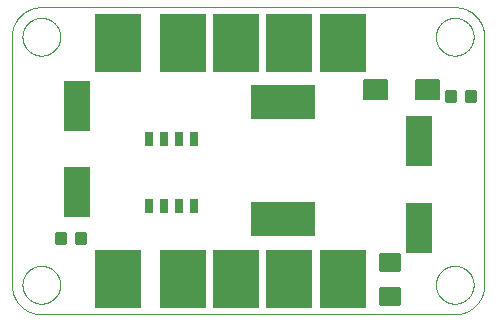
<source format=gtp>
G75*
%MOIN*%
%OFA0B0*%
%FSLAX25Y25*%
%IPPOS*%
%LPD*%
%AMOC8*
5,1,8,0,0,1.08239X$1,22.5*
%
%ADD10C,0.00000*%
%ADD11C,0.00984*%
%ADD12R,0.08661X0.16535*%
%ADD13C,0.00709*%
%ADD14R,0.21260X0.11417*%
%ADD15C,0.01575*%
%ADD16R,0.02835X0.05000*%
%ADD17R,0.15748X0.19685*%
D10*
X0013611Y0003769D02*
X0151406Y0003769D01*
X0145107Y0013611D02*
X0145109Y0013769D01*
X0145115Y0013927D01*
X0145125Y0014085D01*
X0145139Y0014243D01*
X0145157Y0014400D01*
X0145178Y0014557D01*
X0145204Y0014713D01*
X0145234Y0014869D01*
X0145267Y0015024D01*
X0145305Y0015177D01*
X0145346Y0015330D01*
X0145391Y0015482D01*
X0145440Y0015633D01*
X0145493Y0015782D01*
X0145549Y0015930D01*
X0145609Y0016076D01*
X0145673Y0016221D01*
X0145741Y0016364D01*
X0145812Y0016506D01*
X0145886Y0016646D01*
X0145964Y0016783D01*
X0146046Y0016919D01*
X0146130Y0017053D01*
X0146219Y0017184D01*
X0146310Y0017313D01*
X0146405Y0017440D01*
X0146502Y0017565D01*
X0146603Y0017687D01*
X0146707Y0017806D01*
X0146814Y0017923D01*
X0146924Y0018037D01*
X0147037Y0018148D01*
X0147152Y0018257D01*
X0147270Y0018362D01*
X0147391Y0018464D01*
X0147514Y0018564D01*
X0147640Y0018660D01*
X0147768Y0018753D01*
X0147898Y0018843D01*
X0148031Y0018929D01*
X0148166Y0019013D01*
X0148302Y0019092D01*
X0148441Y0019169D01*
X0148582Y0019241D01*
X0148724Y0019311D01*
X0148868Y0019376D01*
X0149014Y0019438D01*
X0149161Y0019496D01*
X0149310Y0019551D01*
X0149460Y0019602D01*
X0149611Y0019649D01*
X0149763Y0019692D01*
X0149916Y0019731D01*
X0150071Y0019767D01*
X0150226Y0019798D01*
X0150382Y0019826D01*
X0150538Y0019850D01*
X0150695Y0019870D01*
X0150853Y0019886D01*
X0151010Y0019898D01*
X0151169Y0019906D01*
X0151327Y0019910D01*
X0151485Y0019910D01*
X0151643Y0019906D01*
X0151802Y0019898D01*
X0151959Y0019886D01*
X0152117Y0019870D01*
X0152274Y0019850D01*
X0152430Y0019826D01*
X0152586Y0019798D01*
X0152741Y0019767D01*
X0152896Y0019731D01*
X0153049Y0019692D01*
X0153201Y0019649D01*
X0153352Y0019602D01*
X0153502Y0019551D01*
X0153651Y0019496D01*
X0153798Y0019438D01*
X0153944Y0019376D01*
X0154088Y0019311D01*
X0154230Y0019241D01*
X0154371Y0019169D01*
X0154510Y0019092D01*
X0154646Y0019013D01*
X0154781Y0018929D01*
X0154914Y0018843D01*
X0155044Y0018753D01*
X0155172Y0018660D01*
X0155298Y0018564D01*
X0155421Y0018464D01*
X0155542Y0018362D01*
X0155660Y0018257D01*
X0155775Y0018148D01*
X0155888Y0018037D01*
X0155998Y0017923D01*
X0156105Y0017806D01*
X0156209Y0017687D01*
X0156310Y0017565D01*
X0156407Y0017440D01*
X0156502Y0017313D01*
X0156593Y0017184D01*
X0156682Y0017053D01*
X0156766Y0016919D01*
X0156848Y0016783D01*
X0156926Y0016646D01*
X0157000Y0016506D01*
X0157071Y0016364D01*
X0157139Y0016221D01*
X0157203Y0016076D01*
X0157263Y0015930D01*
X0157319Y0015782D01*
X0157372Y0015633D01*
X0157421Y0015482D01*
X0157466Y0015330D01*
X0157507Y0015177D01*
X0157545Y0015024D01*
X0157578Y0014869D01*
X0157608Y0014713D01*
X0157634Y0014557D01*
X0157655Y0014400D01*
X0157673Y0014243D01*
X0157687Y0014085D01*
X0157697Y0013927D01*
X0157703Y0013769D01*
X0157705Y0013611D01*
X0157703Y0013453D01*
X0157697Y0013295D01*
X0157687Y0013137D01*
X0157673Y0012979D01*
X0157655Y0012822D01*
X0157634Y0012665D01*
X0157608Y0012509D01*
X0157578Y0012353D01*
X0157545Y0012198D01*
X0157507Y0012045D01*
X0157466Y0011892D01*
X0157421Y0011740D01*
X0157372Y0011589D01*
X0157319Y0011440D01*
X0157263Y0011292D01*
X0157203Y0011146D01*
X0157139Y0011001D01*
X0157071Y0010858D01*
X0157000Y0010716D01*
X0156926Y0010576D01*
X0156848Y0010439D01*
X0156766Y0010303D01*
X0156682Y0010169D01*
X0156593Y0010038D01*
X0156502Y0009909D01*
X0156407Y0009782D01*
X0156310Y0009657D01*
X0156209Y0009535D01*
X0156105Y0009416D01*
X0155998Y0009299D01*
X0155888Y0009185D01*
X0155775Y0009074D01*
X0155660Y0008965D01*
X0155542Y0008860D01*
X0155421Y0008758D01*
X0155298Y0008658D01*
X0155172Y0008562D01*
X0155044Y0008469D01*
X0154914Y0008379D01*
X0154781Y0008293D01*
X0154646Y0008209D01*
X0154510Y0008130D01*
X0154371Y0008053D01*
X0154230Y0007981D01*
X0154088Y0007911D01*
X0153944Y0007846D01*
X0153798Y0007784D01*
X0153651Y0007726D01*
X0153502Y0007671D01*
X0153352Y0007620D01*
X0153201Y0007573D01*
X0153049Y0007530D01*
X0152896Y0007491D01*
X0152741Y0007455D01*
X0152586Y0007424D01*
X0152430Y0007396D01*
X0152274Y0007372D01*
X0152117Y0007352D01*
X0151959Y0007336D01*
X0151802Y0007324D01*
X0151643Y0007316D01*
X0151485Y0007312D01*
X0151327Y0007312D01*
X0151169Y0007316D01*
X0151010Y0007324D01*
X0150853Y0007336D01*
X0150695Y0007352D01*
X0150538Y0007372D01*
X0150382Y0007396D01*
X0150226Y0007424D01*
X0150071Y0007455D01*
X0149916Y0007491D01*
X0149763Y0007530D01*
X0149611Y0007573D01*
X0149460Y0007620D01*
X0149310Y0007671D01*
X0149161Y0007726D01*
X0149014Y0007784D01*
X0148868Y0007846D01*
X0148724Y0007911D01*
X0148582Y0007981D01*
X0148441Y0008053D01*
X0148302Y0008130D01*
X0148166Y0008209D01*
X0148031Y0008293D01*
X0147898Y0008379D01*
X0147768Y0008469D01*
X0147640Y0008562D01*
X0147514Y0008658D01*
X0147391Y0008758D01*
X0147270Y0008860D01*
X0147152Y0008965D01*
X0147037Y0009074D01*
X0146924Y0009185D01*
X0146814Y0009299D01*
X0146707Y0009416D01*
X0146603Y0009535D01*
X0146502Y0009657D01*
X0146405Y0009782D01*
X0146310Y0009909D01*
X0146219Y0010038D01*
X0146130Y0010169D01*
X0146046Y0010303D01*
X0145964Y0010439D01*
X0145886Y0010576D01*
X0145812Y0010716D01*
X0145741Y0010858D01*
X0145673Y0011001D01*
X0145609Y0011146D01*
X0145549Y0011292D01*
X0145493Y0011440D01*
X0145440Y0011589D01*
X0145391Y0011740D01*
X0145346Y0011892D01*
X0145305Y0012045D01*
X0145267Y0012198D01*
X0145234Y0012353D01*
X0145204Y0012509D01*
X0145178Y0012665D01*
X0145157Y0012822D01*
X0145139Y0012979D01*
X0145125Y0013137D01*
X0145115Y0013295D01*
X0145109Y0013453D01*
X0145107Y0013611D01*
X0151406Y0003768D02*
X0151644Y0003771D01*
X0151882Y0003779D01*
X0152119Y0003794D01*
X0152356Y0003814D01*
X0152592Y0003840D01*
X0152828Y0003871D01*
X0153063Y0003908D01*
X0153297Y0003951D01*
X0153530Y0004000D01*
X0153762Y0004054D01*
X0153992Y0004114D01*
X0154221Y0004179D01*
X0154448Y0004250D01*
X0154673Y0004326D01*
X0154896Y0004408D01*
X0155118Y0004495D01*
X0155337Y0004587D01*
X0155554Y0004685D01*
X0155768Y0004787D01*
X0155980Y0004895D01*
X0156190Y0005009D01*
X0156396Y0005127D01*
X0156600Y0005250D01*
X0156800Y0005378D01*
X0156997Y0005510D01*
X0157192Y0005648D01*
X0157382Y0005790D01*
X0157570Y0005937D01*
X0157753Y0006088D01*
X0157933Y0006243D01*
X0158109Y0006403D01*
X0158281Y0006567D01*
X0158450Y0006736D01*
X0158614Y0006908D01*
X0158774Y0007084D01*
X0158929Y0007264D01*
X0159080Y0007447D01*
X0159227Y0007635D01*
X0159369Y0007825D01*
X0159507Y0008020D01*
X0159639Y0008217D01*
X0159767Y0008417D01*
X0159890Y0008621D01*
X0160008Y0008827D01*
X0160122Y0009037D01*
X0160230Y0009249D01*
X0160332Y0009463D01*
X0160430Y0009680D01*
X0160522Y0009899D01*
X0160609Y0010121D01*
X0160691Y0010344D01*
X0160767Y0010569D01*
X0160838Y0010796D01*
X0160903Y0011025D01*
X0160963Y0011255D01*
X0161017Y0011487D01*
X0161066Y0011720D01*
X0161109Y0011954D01*
X0161146Y0012189D01*
X0161177Y0012425D01*
X0161203Y0012661D01*
X0161223Y0012898D01*
X0161238Y0013135D01*
X0161246Y0013373D01*
X0161249Y0013611D01*
X0161249Y0096288D01*
X0145107Y0096288D02*
X0145109Y0096446D01*
X0145115Y0096604D01*
X0145125Y0096762D01*
X0145139Y0096920D01*
X0145157Y0097077D01*
X0145178Y0097234D01*
X0145204Y0097390D01*
X0145234Y0097546D01*
X0145267Y0097701D01*
X0145305Y0097854D01*
X0145346Y0098007D01*
X0145391Y0098159D01*
X0145440Y0098310D01*
X0145493Y0098459D01*
X0145549Y0098607D01*
X0145609Y0098753D01*
X0145673Y0098898D01*
X0145741Y0099041D01*
X0145812Y0099183D01*
X0145886Y0099323D01*
X0145964Y0099460D01*
X0146046Y0099596D01*
X0146130Y0099730D01*
X0146219Y0099861D01*
X0146310Y0099990D01*
X0146405Y0100117D01*
X0146502Y0100242D01*
X0146603Y0100364D01*
X0146707Y0100483D01*
X0146814Y0100600D01*
X0146924Y0100714D01*
X0147037Y0100825D01*
X0147152Y0100934D01*
X0147270Y0101039D01*
X0147391Y0101141D01*
X0147514Y0101241D01*
X0147640Y0101337D01*
X0147768Y0101430D01*
X0147898Y0101520D01*
X0148031Y0101606D01*
X0148166Y0101690D01*
X0148302Y0101769D01*
X0148441Y0101846D01*
X0148582Y0101918D01*
X0148724Y0101988D01*
X0148868Y0102053D01*
X0149014Y0102115D01*
X0149161Y0102173D01*
X0149310Y0102228D01*
X0149460Y0102279D01*
X0149611Y0102326D01*
X0149763Y0102369D01*
X0149916Y0102408D01*
X0150071Y0102444D01*
X0150226Y0102475D01*
X0150382Y0102503D01*
X0150538Y0102527D01*
X0150695Y0102547D01*
X0150853Y0102563D01*
X0151010Y0102575D01*
X0151169Y0102583D01*
X0151327Y0102587D01*
X0151485Y0102587D01*
X0151643Y0102583D01*
X0151802Y0102575D01*
X0151959Y0102563D01*
X0152117Y0102547D01*
X0152274Y0102527D01*
X0152430Y0102503D01*
X0152586Y0102475D01*
X0152741Y0102444D01*
X0152896Y0102408D01*
X0153049Y0102369D01*
X0153201Y0102326D01*
X0153352Y0102279D01*
X0153502Y0102228D01*
X0153651Y0102173D01*
X0153798Y0102115D01*
X0153944Y0102053D01*
X0154088Y0101988D01*
X0154230Y0101918D01*
X0154371Y0101846D01*
X0154510Y0101769D01*
X0154646Y0101690D01*
X0154781Y0101606D01*
X0154914Y0101520D01*
X0155044Y0101430D01*
X0155172Y0101337D01*
X0155298Y0101241D01*
X0155421Y0101141D01*
X0155542Y0101039D01*
X0155660Y0100934D01*
X0155775Y0100825D01*
X0155888Y0100714D01*
X0155998Y0100600D01*
X0156105Y0100483D01*
X0156209Y0100364D01*
X0156310Y0100242D01*
X0156407Y0100117D01*
X0156502Y0099990D01*
X0156593Y0099861D01*
X0156682Y0099730D01*
X0156766Y0099596D01*
X0156848Y0099460D01*
X0156926Y0099323D01*
X0157000Y0099183D01*
X0157071Y0099041D01*
X0157139Y0098898D01*
X0157203Y0098753D01*
X0157263Y0098607D01*
X0157319Y0098459D01*
X0157372Y0098310D01*
X0157421Y0098159D01*
X0157466Y0098007D01*
X0157507Y0097854D01*
X0157545Y0097701D01*
X0157578Y0097546D01*
X0157608Y0097390D01*
X0157634Y0097234D01*
X0157655Y0097077D01*
X0157673Y0096920D01*
X0157687Y0096762D01*
X0157697Y0096604D01*
X0157703Y0096446D01*
X0157705Y0096288D01*
X0157703Y0096130D01*
X0157697Y0095972D01*
X0157687Y0095814D01*
X0157673Y0095656D01*
X0157655Y0095499D01*
X0157634Y0095342D01*
X0157608Y0095186D01*
X0157578Y0095030D01*
X0157545Y0094875D01*
X0157507Y0094722D01*
X0157466Y0094569D01*
X0157421Y0094417D01*
X0157372Y0094266D01*
X0157319Y0094117D01*
X0157263Y0093969D01*
X0157203Y0093823D01*
X0157139Y0093678D01*
X0157071Y0093535D01*
X0157000Y0093393D01*
X0156926Y0093253D01*
X0156848Y0093116D01*
X0156766Y0092980D01*
X0156682Y0092846D01*
X0156593Y0092715D01*
X0156502Y0092586D01*
X0156407Y0092459D01*
X0156310Y0092334D01*
X0156209Y0092212D01*
X0156105Y0092093D01*
X0155998Y0091976D01*
X0155888Y0091862D01*
X0155775Y0091751D01*
X0155660Y0091642D01*
X0155542Y0091537D01*
X0155421Y0091435D01*
X0155298Y0091335D01*
X0155172Y0091239D01*
X0155044Y0091146D01*
X0154914Y0091056D01*
X0154781Y0090970D01*
X0154646Y0090886D01*
X0154510Y0090807D01*
X0154371Y0090730D01*
X0154230Y0090658D01*
X0154088Y0090588D01*
X0153944Y0090523D01*
X0153798Y0090461D01*
X0153651Y0090403D01*
X0153502Y0090348D01*
X0153352Y0090297D01*
X0153201Y0090250D01*
X0153049Y0090207D01*
X0152896Y0090168D01*
X0152741Y0090132D01*
X0152586Y0090101D01*
X0152430Y0090073D01*
X0152274Y0090049D01*
X0152117Y0090029D01*
X0151959Y0090013D01*
X0151802Y0090001D01*
X0151643Y0089993D01*
X0151485Y0089989D01*
X0151327Y0089989D01*
X0151169Y0089993D01*
X0151010Y0090001D01*
X0150853Y0090013D01*
X0150695Y0090029D01*
X0150538Y0090049D01*
X0150382Y0090073D01*
X0150226Y0090101D01*
X0150071Y0090132D01*
X0149916Y0090168D01*
X0149763Y0090207D01*
X0149611Y0090250D01*
X0149460Y0090297D01*
X0149310Y0090348D01*
X0149161Y0090403D01*
X0149014Y0090461D01*
X0148868Y0090523D01*
X0148724Y0090588D01*
X0148582Y0090658D01*
X0148441Y0090730D01*
X0148302Y0090807D01*
X0148166Y0090886D01*
X0148031Y0090970D01*
X0147898Y0091056D01*
X0147768Y0091146D01*
X0147640Y0091239D01*
X0147514Y0091335D01*
X0147391Y0091435D01*
X0147270Y0091537D01*
X0147152Y0091642D01*
X0147037Y0091751D01*
X0146924Y0091862D01*
X0146814Y0091976D01*
X0146707Y0092093D01*
X0146603Y0092212D01*
X0146502Y0092334D01*
X0146405Y0092459D01*
X0146310Y0092586D01*
X0146219Y0092715D01*
X0146130Y0092846D01*
X0146046Y0092980D01*
X0145964Y0093116D01*
X0145886Y0093253D01*
X0145812Y0093393D01*
X0145741Y0093535D01*
X0145673Y0093678D01*
X0145609Y0093823D01*
X0145549Y0093969D01*
X0145493Y0094117D01*
X0145440Y0094266D01*
X0145391Y0094417D01*
X0145346Y0094569D01*
X0145305Y0094722D01*
X0145267Y0094875D01*
X0145234Y0095030D01*
X0145204Y0095186D01*
X0145178Y0095342D01*
X0145157Y0095499D01*
X0145139Y0095656D01*
X0145125Y0095814D01*
X0145115Y0095972D01*
X0145109Y0096130D01*
X0145107Y0096288D01*
X0151406Y0106131D02*
X0151644Y0106128D01*
X0151882Y0106120D01*
X0152119Y0106105D01*
X0152356Y0106085D01*
X0152592Y0106059D01*
X0152828Y0106028D01*
X0153063Y0105991D01*
X0153297Y0105948D01*
X0153530Y0105899D01*
X0153762Y0105845D01*
X0153992Y0105785D01*
X0154221Y0105720D01*
X0154448Y0105649D01*
X0154673Y0105573D01*
X0154896Y0105491D01*
X0155118Y0105404D01*
X0155337Y0105312D01*
X0155554Y0105214D01*
X0155768Y0105112D01*
X0155980Y0105004D01*
X0156190Y0104890D01*
X0156396Y0104772D01*
X0156600Y0104649D01*
X0156800Y0104521D01*
X0156997Y0104389D01*
X0157192Y0104251D01*
X0157382Y0104109D01*
X0157570Y0103962D01*
X0157753Y0103811D01*
X0157933Y0103656D01*
X0158109Y0103496D01*
X0158281Y0103332D01*
X0158450Y0103163D01*
X0158614Y0102991D01*
X0158774Y0102815D01*
X0158929Y0102635D01*
X0159080Y0102452D01*
X0159227Y0102264D01*
X0159369Y0102074D01*
X0159507Y0101879D01*
X0159639Y0101682D01*
X0159767Y0101482D01*
X0159890Y0101278D01*
X0160008Y0101072D01*
X0160122Y0100862D01*
X0160230Y0100650D01*
X0160332Y0100436D01*
X0160430Y0100219D01*
X0160522Y0100000D01*
X0160609Y0099778D01*
X0160691Y0099555D01*
X0160767Y0099330D01*
X0160838Y0099103D01*
X0160903Y0098874D01*
X0160963Y0098644D01*
X0161017Y0098412D01*
X0161066Y0098179D01*
X0161109Y0097945D01*
X0161146Y0097710D01*
X0161177Y0097474D01*
X0161203Y0097238D01*
X0161223Y0097001D01*
X0161238Y0096764D01*
X0161246Y0096526D01*
X0161249Y0096288D01*
X0151406Y0106131D02*
X0013611Y0106131D01*
X0007312Y0096288D02*
X0007314Y0096446D01*
X0007320Y0096604D01*
X0007330Y0096762D01*
X0007344Y0096920D01*
X0007362Y0097077D01*
X0007383Y0097234D01*
X0007409Y0097390D01*
X0007439Y0097546D01*
X0007472Y0097701D01*
X0007510Y0097854D01*
X0007551Y0098007D01*
X0007596Y0098159D01*
X0007645Y0098310D01*
X0007698Y0098459D01*
X0007754Y0098607D01*
X0007814Y0098753D01*
X0007878Y0098898D01*
X0007946Y0099041D01*
X0008017Y0099183D01*
X0008091Y0099323D01*
X0008169Y0099460D01*
X0008251Y0099596D01*
X0008335Y0099730D01*
X0008424Y0099861D01*
X0008515Y0099990D01*
X0008610Y0100117D01*
X0008707Y0100242D01*
X0008808Y0100364D01*
X0008912Y0100483D01*
X0009019Y0100600D01*
X0009129Y0100714D01*
X0009242Y0100825D01*
X0009357Y0100934D01*
X0009475Y0101039D01*
X0009596Y0101141D01*
X0009719Y0101241D01*
X0009845Y0101337D01*
X0009973Y0101430D01*
X0010103Y0101520D01*
X0010236Y0101606D01*
X0010371Y0101690D01*
X0010507Y0101769D01*
X0010646Y0101846D01*
X0010787Y0101918D01*
X0010929Y0101988D01*
X0011073Y0102053D01*
X0011219Y0102115D01*
X0011366Y0102173D01*
X0011515Y0102228D01*
X0011665Y0102279D01*
X0011816Y0102326D01*
X0011968Y0102369D01*
X0012121Y0102408D01*
X0012276Y0102444D01*
X0012431Y0102475D01*
X0012587Y0102503D01*
X0012743Y0102527D01*
X0012900Y0102547D01*
X0013058Y0102563D01*
X0013215Y0102575D01*
X0013374Y0102583D01*
X0013532Y0102587D01*
X0013690Y0102587D01*
X0013848Y0102583D01*
X0014007Y0102575D01*
X0014164Y0102563D01*
X0014322Y0102547D01*
X0014479Y0102527D01*
X0014635Y0102503D01*
X0014791Y0102475D01*
X0014946Y0102444D01*
X0015101Y0102408D01*
X0015254Y0102369D01*
X0015406Y0102326D01*
X0015557Y0102279D01*
X0015707Y0102228D01*
X0015856Y0102173D01*
X0016003Y0102115D01*
X0016149Y0102053D01*
X0016293Y0101988D01*
X0016435Y0101918D01*
X0016576Y0101846D01*
X0016715Y0101769D01*
X0016851Y0101690D01*
X0016986Y0101606D01*
X0017119Y0101520D01*
X0017249Y0101430D01*
X0017377Y0101337D01*
X0017503Y0101241D01*
X0017626Y0101141D01*
X0017747Y0101039D01*
X0017865Y0100934D01*
X0017980Y0100825D01*
X0018093Y0100714D01*
X0018203Y0100600D01*
X0018310Y0100483D01*
X0018414Y0100364D01*
X0018515Y0100242D01*
X0018612Y0100117D01*
X0018707Y0099990D01*
X0018798Y0099861D01*
X0018887Y0099730D01*
X0018971Y0099596D01*
X0019053Y0099460D01*
X0019131Y0099323D01*
X0019205Y0099183D01*
X0019276Y0099041D01*
X0019344Y0098898D01*
X0019408Y0098753D01*
X0019468Y0098607D01*
X0019524Y0098459D01*
X0019577Y0098310D01*
X0019626Y0098159D01*
X0019671Y0098007D01*
X0019712Y0097854D01*
X0019750Y0097701D01*
X0019783Y0097546D01*
X0019813Y0097390D01*
X0019839Y0097234D01*
X0019860Y0097077D01*
X0019878Y0096920D01*
X0019892Y0096762D01*
X0019902Y0096604D01*
X0019908Y0096446D01*
X0019910Y0096288D01*
X0019908Y0096130D01*
X0019902Y0095972D01*
X0019892Y0095814D01*
X0019878Y0095656D01*
X0019860Y0095499D01*
X0019839Y0095342D01*
X0019813Y0095186D01*
X0019783Y0095030D01*
X0019750Y0094875D01*
X0019712Y0094722D01*
X0019671Y0094569D01*
X0019626Y0094417D01*
X0019577Y0094266D01*
X0019524Y0094117D01*
X0019468Y0093969D01*
X0019408Y0093823D01*
X0019344Y0093678D01*
X0019276Y0093535D01*
X0019205Y0093393D01*
X0019131Y0093253D01*
X0019053Y0093116D01*
X0018971Y0092980D01*
X0018887Y0092846D01*
X0018798Y0092715D01*
X0018707Y0092586D01*
X0018612Y0092459D01*
X0018515Y0092334D01*
X0018414Y0092212D01*
X0018310Y0092093D01*
X0018203Y0091976D01*
X0018093Y0091862D01*
X0017980Y0091751D01*
X0017865Y0091642D01*
X0017747Y0091537D01*
X0017626Y0091435D01*
X0017503Y0091335D01*
X0017377Y0091239D01*
X0017249Y0091146D01*
X0017119Y0091056D01*
X0016986Y0090970D01*
X0016851Y0090886D01*
X0016715Y0090807D01*
X0016576Y0090730D01*
X0016435Y0090658D01*
X0016293Y0090588D01*
X0016149Y0090523D01*
X0016003Y0090461D01*
X0015856Y0090403D01*
X0015707Y0090348D01*
X0015557Y0090297D01*
X0015406Y0090250D01*
X0015254Y0090207D01*
X0015101Y0090168D01*
X0014946Y0090132D01*
X0014791Y0090101D01*
X0014635Y0090073D01*
X0014479Y0090049D01*
X0014322Y0090029D01*
X0014164Y0090013D01*
X0014007Y0090001D01*
X0013848Y0089993D01*
X0013690Y0089989D01*
X0013532Y0089989D01*
X0013374Y0089993D01*
X0013215Y0090001D01*
X0013058Y0090013D01*
X0012900Y0090029D01*
X0012743Y0090049D01*
X0012587Y0090073D01*
X0012431Y0090101D01*
X0012276Y0090132D01*
X0012121Y0090168D01*
X0011968Y0090207D01*
X0011816Y0090250D01*
X0011665Y0090297D01*
X0011515Y0090348D01*
X0011366Y0090403D01*
X0011219Y0090461D01*
X0011073Y0090523D01*
X0010929Y0090588D01*
X0010787Y0090658D01*
X0010646Y0090730D01*
X0010507Y0090807D01*
X0010371Y0090886D01*
X0010236Y0090970D01*
X0010103Y0091056D01*
X0009973Y0091146D01*
X0009845Y0091239D01*
X0009719Y0091335D01*
X0009596Y0091435D01*
X0009475Y0091537D01*
X0009357Y0091642D01*
X0009242Y0091751D01*
X0009129Y0091862D01*
X0009019Y0091976D01*
X0008912Y0092093D01*
X0008808Y0092212D01*
X0008707Y0092334D01*
X0008610Y0092459D01*
X0008515Y0092586D01*
X0008424Y0092715D01*
X0008335Y0092846D01*
X0008251Y0092980D01*
X0008169Y0093116D01*
X0008091Y0093253D01*
X0008017Y0093393D01*
X0007946Y0093535D01*
X0007878Y0093678D01*
X0007814Y0093823D01*
X0007754Y0093969D01*
X0007698Y0094117D01*
X0007645Y0094266D01*
X0007596Y0094417D01*
X0007551Y0094569D01*
X0007510Y0094722D01*
X0007472Y0094875D01*
X0007439Y0095030D01*
X0007409Y0095186D01*
X0007383Y0095342D01*
X0007362Y0095499D01*
X0007344Y0095656D01*
X0007330Y0095814D01*
X0007320Y0095972D01*
X0007314Y0096130D01*
X0007312Y0096288D01*
X0003769Y0096288D02*
X0003769Y0013611D01*
X0007312Y0013611D02*
X0007314Y0013769D01*
X0007320Y0013927D01*
X0007330Y0014085D01*
X0007344Y0014243D01*
X0007362Y0014400D01*
X0007383Y0014557D01*
X0007409Y0014713D01*
X0007439Y0014869D01*
X0007472Y0015024D01*
X0007510Y0015177D01*
X0007551Y0015330D01*
X0007596Y0015482D01*
X0007645Y0015633D01*
X0007698Y0015782D01*
X0007754Y0015930D01*
X0007814Y0016076D01*
X0007878Y0016221D01*
X0007946Y0016364D01*
X0008017Y0016506D01*
X0008091Y0016646D01*
X0008169Y0016783D01*
X0008251Y0016919D01*
X0008335Y0017053D01*
X0008424Y0017184D01*
X0008515Y0017313D01*
X0008610Y0017440D01*
X0008707Y0017565D01*
X0008808Y0017687D01*
X0008912Y0017806D01*
X0009019Y0017923D01*
X0009129Y0018037D01*
X0009242Y0018148D01*
X0009357Y0018257D01*
X0009475Y0018362D01*
X0009596Y0018464D01*
X0009719Y0018564D01*
X0009845Y0018660D01*
X0009973Y0018753D01*
X0010103Y0018843D01*
X0010236Y0018929D01*
X0010371Y0019013D01*
X0010507Y0019092D01*
X0010646Y0019169D01*
X0010787Y0019241D01*
X0010929Y0019311D01*
X0011073Y0019376D01*
X0011219Y0019438D01*
X0011366Y0019496D01*
X0011515Y0019551D01*
X0011665Y0019602D01*
X0011816Y0019649D01*
X0011968Y0019692D01*
X0012121Y0019731D01*
X0012276Y0019767D01*
X0012431Y0019798D01*
X0012587Y0019826D01*
X0012743Y0019850D01*
X0012900Y0019870D01*
X0013058Y0019886D01*
X0013215Y0019898D01*
X0013374Y0019906D01*
X0013532Y0019910D01*
X0013690Y0019910D01*
X0013848Y0019906D01*
X0014007Y0019898D01*
X0014164Y0019886D01*
X0014322Y0019870D01*
X0014479Y0019850D01*
X0014635Y0019826D01*
X0014791Y0019798D01*
X0014946Y0019767D01*
X0015101Y0019731D01*
X0015254Y0019692D01*
X0015406Y0019649D01*
X0015557Y0019602D01*
X0015707Y0019551D01*
X0015856Y0019496D01*
X0016003Y0019438D01*
X0016149Y0019376D01*
X0016293Y0019311D01*
X0016435Y0019241D01*
X0016576Y0019169D01*
X0016715Y0019092D01*
X0016851Y0019013D01*
X0016986Y0018929D01*
X0017119Y0018843D01*
X0017249Y0018753D01*
X0017377Y0018660D01*
X0017503Y0018564D01*
X0017626Y0018464D01*
X0017747Y0018362D01*
X0017865Y0018257D01*
X0017980Y0018148D01*
X0018093Y0018037D01*
X0018203Y0017923D01*
X0018310Y0017806D01*
X0018414Y0017687D01*
X0018515Y0017565D01*
X0018612Y0017440D01*
X0018707Y0017313D01*
X0018798Y0017184D01*
X0018887Y0017053D01*
X0018971Y0016919D01*
X0019053Y0016783D01*
X0019131Y0016646D01*
X0019205Y0016506D01*
X0019276Y0016364D01*
X0019344Y0016221D01*
X0019408Y0016076D01*
X0019468Y0015930D01*
X0019524Y0015782D01*
X0019577Y0015633D01*
X0019626Y0015482D01*
X0019671Y0015330D01*
X0019712Y0015177D01*
X0019750Y0015024D01*
X0019783Y0014869D01*
X0019813Y0014713D01*
X0019839Y0014557D01*
X0019860Y0014400D01*
X0019878Y0014243D01*
X0019892Y0014085D01*
X0019902Y0013927D01*
X0019908Y0013769D01*
X0019910Y0013611D01*
X0019908Y0013453D01*
X0019902Y0013295D01*
X0019892Y0013137D01*
X0019878Y0012979D01*
X0019860Y0012822D01*
X0019839Y0012665D01*
X0019813Y0012509D01*
X0019783Y0012353D01*
X0019750Y0012198D01*
X0019712Y0012045D01*
X0019671Y0011892D01*
X0019626Y0011740D01*
X0019577Y0011589D01*
X0019524Y0011440D01*
X0019468Y0011292D01*
X0019408Y0011146D01*
X0019344Y0011001D01*
X0019276Y0010858D01*
X0019205Y0010716D01*
X0019131Y0010576D01*
X0019053Y0010439D01*
X0018971Y0010303D01*
X0018887Y0010169D01*
X0018798Y0010038D01*
X0018707Y0009909D01*
X0018612Y0009782D01*
X0018515Y0009657D01*
X0018414Y0009535D01*
X0018310Y0009416D01*
X0018203Y0009299D01*
X0018093Y0009185D01*
X0017980Y0009074D01*
X0017865Y0008965D01*
X0017747Y0008860D01*
X0017626Y0008758D01*
X0017503Y0008658D01*
X0017377Y0008562D01*
X0017249Y0008469D01*
X0017119Y0008379D01*
X0016986Y0008293D01*
X0016851Y0008209D01*
X0016715Y0008130D01*
X0016576Y0008053D01*
X0016435Y0007981D01*
X0016293Y0007911D01*
X0016149Y0007846D01*
X0016003Y0007784D01*
X0015856Y0007726D01*
X0015707Y0007671D01*
X0015557Y0007620D01*
X0015406Y0007573D01*
X0015254Y0007530D01*
X0015101Y0007491D01*
X0014946Y0007455D01*
X0014791Y0007424D01*
X0014635Y0007396D01*
X0014479Y0007372D01*
X0014322Y0007352D01*
X0014164Y0007336D01*
X0014007Y0007324D01*
X0013848Y0007316D01*
X0013690Y0007312D01*
X0013532Y0007312D01*
X0013374Y0007316D01*
X0013215Y0007324D01*
X0013058Y0007336D01*
X0012900Y0007352D01*
X0012743Y0007372D01*
X0012587Y0007396D01*
X0012431Y0007424D01*
X0012276Y0007455D01*
X0012121Y0007491D01*
X0011968Y0007530D01*
X0011816Y0007573D01*
X0011665Y0007620D01*
X0011515Y0007671D01*
X0011366Y0007726D01*
X0011219Y0007784D01*
X0011073Y0007846D01*
X0010929Y0007911D01*
X0010787Y0007981D01*
X0010646Y0008053D01*
X0010507Y0008130D01*
X0010371Y0008209D01*
X0010236Y0008293D01*
X0010103Y0008379D01*
X0009973Y0008469D01*
X0009845Y0008562D01*
X0009719Y0008658D01*
X0009596Y0008758D01*
X0009475Y0008860D01*
X0009357Y0008965D01*
X0009242Y0009074D01*
X0009129Y0009185D01*
X0009019Y0009299D01*
X0008912Y0009416D01*
X0008808Y0009535D01*
X0008707Y0009657D01*
X0008610Y0009782D01*
X0008515Y0009909D01*
X0008424Y0010038D01*
X0008335Y0010169D01*
X0008251Y0010303D01*
X0008169Y0010439D01*
X0008091Y0010576D01*
X0008017Y0010716D01*
X0007946Y0010858D01*
X0007878Y0011001D01*
X0007814Y0011146D01*
X0007754Y0011292D01*
X0007698Y0011440D01*
X0007645Y0011589D01*
X0007596Y0011740D01*
X0007551Y0011892D01*
X0007510Y0012045D01*
X0007472Y0012198D01*
X0007439Y0012353D01*
X0007409Y0012509D01*
X0007383Y0012665D01*
X0007362Y0012822D01*
X0007344Y0012979D01*
X0007330Y0013137D01*
X0007320Y0013295D01*
X0007314Y0013453D01*
X0007312Y0013611D01*
X0003768Y0013611D02*
X0003771Y0013373D01*
X0003779Y0013135D01*
X0003794Y0012898D01*
X0003814Y0012661D01*
X0003840Y0012425D01*
X0003871Y0012189D01*
X0003908Y0011954D01*
X0003951Y0011720D01*
X0004000Y0011487D01*
X0004054Y0011255D01*
X0004114Y0011025D01*
X0004179Y0010796D01*
X0004250Y0010569D01*
X0004326Y0010344D01*
X0004408Y0010121D01*
X0004495Y0009899D01*
X0004587Y0009680D01*
X0004685Y0009463D01*
X0004787Y0009249D01*
X0004895Y0009037D01*
X0005009Y0008827D01*
X0005127Y0008621D01*
X0005250Y0008417D01*
X0005378Y0008217D01*
X0005510Y0008020D01*
X0005648Y0007825D01*
X0005790Y0007635D01*
X0005937Y0007447D01*
X0006088Y0007264D01*
X0006243Y0007084D01*
X0006403Y0006908D01*
X0006567Y0006736D01*
X0006736Y0006567D01*
X0006908Y0006403D01*
X0007084Y0006243D01*
X0007264Y0006088D01*
X0007447Y0005937D01*
X0007635Y0005790D01*
X0007825Y0005648D01*
X0008020Y0005510D01*
X0008217Y0005378D01*
X0008417Y0005250D01*
X0008621Y0005127D01*
X0008827Y0005009D01*
X0009037Y0004895D01*
X0009249Y0004787D01*
X0009463Y0004685D01*
X0009680Y0004587D01*
X0009899Y0004495D01*
X0010121Y0004408D01*
X0010344Y0004326D01*
X0010569Y0004250D01*
X0010796Y0004179D01*
X0011025Y0004114D01*
X0011255Y0004054D01*
X0011487Y0004000D01*
X0011720Y0003951D01*
X0011954Y0003908D01*
X0012189Y0003871D01*
X0012425Y0003840D01*
X0012661Y0003814D01*
X0012898Y0003794D01*
X0013135Y0003779D01*
X0013373Y0003771D01*
X0013611Y0003768D01*
X0003768Y0096288D02*
X0003771Y0096526D01*
X0003779Y0096764D01*
X0003794Y0097001D01*
X0003814Y0097238D01*
X0003840Y0097474D01*
X0003871Y0097710D01*
X0003908Y0097945D01*
X0003951Y0098179D01*
X0004000Y0098412D01*
X0004054Y0098644D01*
X0004114Y0098874D01*
X0004179Y0099103D01*
X0004250Y0099330D01*
X0004326Y0099555D01*
X0004408Y0099778D01*
X0004495Y0100000D01*
X0004587Y0100219D01*
X0004685Y0100436D01*
X0004787Y0100650D01*
X0004895Y0100862D01*
X0005009Y0101072D01*
X0005127Y0101278D01*
X0005250Y0101482D01*
X0005378Y0101682D01*
X0005510Y0101879D01*
X0005648Y0102074D01*
X0005790Y0102264D01*
X0005937Y0102452D01*
X0006088Y0102635D01*
X0006243Y0102815D01*
X0006403Y0102991D01*
X0006567Y0103163D01*
X0006736Y0103332D01*
X0006908Y0103496D01*
X0007084Y0103656D01*
X0007264Y0103811D01*
X0007447Y0103962D01*
X0007635Y0104109D01*
X0007825Y0104251D01*
X0008020Y0104389D01*
X0008217Y0104521D01*
X0008417Y0104649D01*
X0008621Y0104772D01*
X0008827Y0104890D01*
X0009037Y0105004D01*
X0009249Y0105112D01*
X0009463Y0105214D01*
X0009680Y0105312D01*
X0009899Y0105404D01*
X0010121Y0105491D01*
X0010344Y0105573D01*
X0010569Y0105649D01*
X0010796Y0105720D01*
X0011025Y0105785D01*
X0011255Y0105845D01*
X0011487Y0105899D01*
X0011720Y0105948D01*
X0011954Y0105991D01*
X0012189Y0106028D01*
X0012425Y0106059D01*
X0012661Y0106085D01*
X0012898Y0106105D01*
X0013135Y0106120D01*
X0013373Y0106128D01*
X0013611Y0106131D01*
D11*
X0018631Y0031032D02*
X0021583Y0031032D01*
X0021583Y0027686D01*
X0018631Y0027686D01*
X0018631Y0031032D01*
X0018631Y0028621D02*
X0021583Y0028621D01*
X0021583Y0029556D02*
X0018631Y0029556D01*
X0018631Y0030491D02*
X0021583Y0030491D01*
X0025324Y0031032D02*
X0028276Y0031032D01*
X0028276Y0027686D01*
X0025324Y0027686D01*
X0025324Y0031032D01*
X0025324Y0028621D02*
X0028276Y0028621D01*
X0028276Y0029556D02*
X0025324Y0029556D01*
X0025324Y0030491D02*
X0028276Y0030491D01*
X0148552Y0074930D02*
X0151504Y0074930D01*
X0148552Y0074930D02*
X0148552Y0078276D01*
X0151504Y0078276D01*
X0151504Y0074930D01*
X0151504Y0075865D02*
X0148552Y0075865D01*
X0148552Y0076800D02*
X0151504Y0076800D01*
X0151504Y0077735D02*
X0148552Y0077735D01*
X0155245Y0074930D02*
X0158197Y0074930D01*
X0155245Y0074930D02*
X0155245Y0078276D01*
X0158197Y0078276D01*
X0158197Y0074930D01*
X0158197Y0075865D02*
X0155245Y0075865D01*
X0155245Y0076800D02*
X0158197Y0076800D01*
X0158197Y0077735D02*
X0155245Y0077735D01*
D12*
X0139595Y0061446D03*
X0139595Y0032706D03*
X0025422Y0044517D03*
X0025422Y0073257D03*
D13*
X0121248Y0075383D02*
X0128808Y0075383D01*
X0121248Y0075383D02*
X0121248Y0081761D01*
X0128808Y0081761D01*
X0128808Y0075383D01*
X0128808Y0076057D02*
X0121248Y0076057D01*
X0121248Y0076731D02*
X0128808Y0076731D01*
X0128808Y0077405D02*
X0121248Y0077405D01*
X0121248Y0078079D02*
X0128808Y0078079D01*
X0128808Y0078753D02*
X0121248Y0078753D01*
X0121248Y0079427D02*
X0128808Y0079427D01*
X0128808Y0080101D02*
X0121248Y0080101D01*
X0121248Y0080775D02*
X0128808Y0080775D01*
X0128808Y0081449D02*
X0121248Y0081449D01*
X0138571Y0075383D02*
X0146131Y0075383D01*
X0138571Y0075383D02*
X0138571Y0081761D01*
X0146131Y0081761D01*
X0146131Y0075383D01*
X0146131Y0076057D02*
X0138571Y0076057D01*
X0138571Y0076731D02*
X0146131Y0076731D01*
X0146131Y0077405D02*
X0138571Y0077405D01*
X0138571Y0078079D02*
X0146131Y0078079D01*
X0146131Y0078753D02*
X0138571Y0078753D01*
X0138571Y0079427D02*
X0146131Y0079427D01*
X0146131Y0080101D02*
X0138571Y0080101D01*
X0138571Y0080775D02*
X0146131Y0080775D01*
X0146131Y0081449D02*
X0138571Y0081449D01*
D14*
X0094320Y0074438D03*
X0094320Y0035461D03*
D15*
X0126991Y0023540D02*
X0126991Y0018816D01*
X0126991Y0023540D02*
X0132515Y0023540D01*
X0132515Y0018816D01*
X0126991Y0018816D01*
X0126991Y0020312D02*
X0132515Y0020312D01*
X0132515Y0021808D02*
X0126991Y0021808D01*
X0126991Y0023304D02*
X0132515Y0023304D01*
X0126991Y0012343D02*
X0126991Y0007619D01*
X0126991Y0012343D02*
X0132515Y0012343D01*
X0132515Y0007619D01*
X0126991Y0007619D01*
X0126991Y0009115D02*
X0132515Y0009115D01*
X0132515Y0010611D02*
X0126991Y0010611D01*
X0126991Y0012107D02*
X0132515Y0012107D01*
D16*
X0064418Y0039753D03*
X0059418Y0039753D03*
X0054418Y0039753D03*
X0049418Y0039753D03*
X0049418Y0062272D03*
X0054418Y0062272D03*
X0059418Y0062272D03*
X0064418Y0062272D03*
D17*
X0060855Y0094320D03*
X0078572Y0094320D03*
X0096288Y0094320D03*
X0114005Y0094320D03*
X0039202Y0094320D03*
X0039202Y0015580D03*
X0060855Y0015580D03*
X0078572Y0015580D03*
X0096288Y0015580D03*
X0114005Y0015580D03*
M02*

</source>
